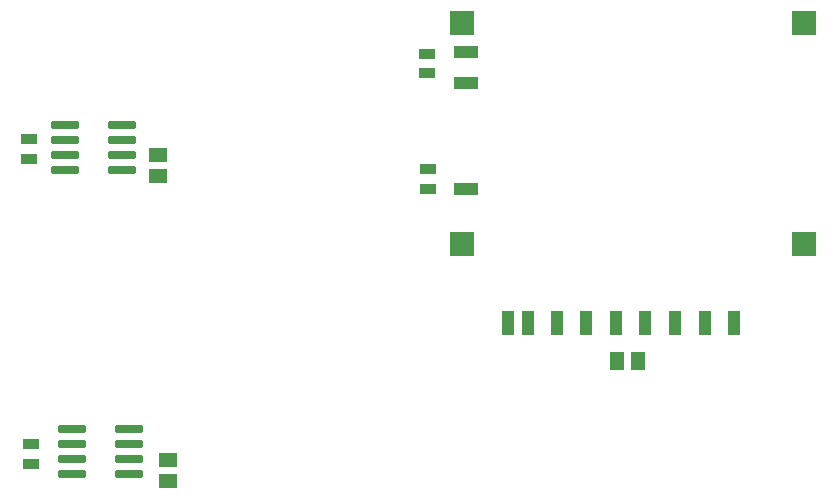
<source format=gbp>
G04*
G04 #@! TF.GenerationSoftware,Altium Limited,Altium Designer,21.2.1 (34)*
G04*
G04 Layer_Color=128*
%FSLAX25Y25*%
%MOIN*%
G70*
G04*
G04 #@! TF.SameCoordinates,CFAE9ADB-8C4C-4AE2-92FD-0E6BA9E30242*
G04*
G04*
G04 #@! TF.FilePolarity,Positive*
G04*
G01*
G75*
G04:AMPARAMS|DCode=19|XSize=49.21mil|YSize=62.99mil|CornerRadius=4.92mil|HoleSize=0mil|Usage=FLASHONLY|Rotation=270.000|XOffset=0mil|YOffset=0mil|HoleType=Round|Shape=RoundedRectangle|*
%AMROUNDEDRECTD19*
21,1,0.04921,0.05315,0,0,270.0*
21,1,0.03937,0.06299,0,0,270.0*
1,1,0.00984,-0.02657,-0.01968*
1,1,0.00984,-0.02657,0.01968*
1,1,0.00984,0.02657,0.01968*
1,1,0.00984,0.02657,-0.01968*
%
%ADD19ROUNDEDRECTD19*%
G04:AMPARAMS|DCode=23|XSize=55.12mil|YSize=35.43mil|CornerRadius=2.66mil|HoleSize=0mil|Usage=FLASHONLY|Rotation=180.000|XOffset=0mil|YOffset=0mil|HoleType=Round|Shape=RoundedRectangle|*
%AMROUNDEDRECTD23*
21,1,0.05512,0.03012,0,0,180.0*
21,1,0.04980,0.03543,0,0,180.0*
1,1,0.00532,-0.02490,0.01506*
1,1,0.00532,0.02490,0.01506*
1,1,0.00532,0.02490,-0.01506*
1,1,0.00532,-0.02490,-0.01506*
%
%ADD23ROUNDEDRECTD23*%
G04:AMPARAMS|DCode=27|XSize=49.21mil|YSize=62.99mil|CornerRadius=4.92mil|HoleSize=0mil|Usage=FLASHONLY|Rotation=0.000|XOffset=0mil|YOffset=0mil|HoleType=Round|Shape=RoundedRectangle|*
%AMROUNDEDRECTD27*
21,1,0.04921,0.05315,0,0,0.0*
21,1,0.03937,0.06299,0,0,0.0*
1,1,0.00984,0.01968,-0.02657*
1,1,0.00984,-0.01968,-0.02657*
1,1,0.00984,-0.01968,0.02657*
1,1,0.00984,0.01968,0.02657*
%
%ADD27ROUNDEDRECTD27*%
%ADD56R,0.07874X0.07874*%
%ADD57R,0.07874X0.03937*%
%ADD58R,0.04331X0.07874*%
G04:AMPARAMS|DCode=59|XSize=24.61mil|YSize=93.5mil|CornerRadius=2.46mil|HoleSize=0mil|Usage=FLASHONLY|Rotation=90.000|XOffset=0mil|YOffset=0mil|HoleType=Round|Shape=RoundedRectangle|*
%AMROUNDEDRECTD59*
21,1,0.02461,0.08858,0,0,90.0*
21,1,0.01968,0.09350,0,0,90.0*
1,1,0.00492,0.04429,0.00984*
1,1,0.00492,0.04429,-0.00984*
1,1,0.00492,-0.04429,-0.00984*
1,1,0.00492,-0.04429,0.00984*
%
%ADD59ROUNDEDRECTD59*%
D19*
X215700Y683200D02*
D03*
Y676153D02*
D03*
X212500Y784800D02*
D03*
Y777753D02*
D03*
D23*
X170100Y688400D02*
D03*
Y681904D02*
D03*
X169500Y783504D02*
D03*
Y790000D02*
D03*
X302500Y773504D02*
D03*
Y780000D02*
D03*
X302000Y812000D02*
D03*
Y818496D02*
D03*
D27*
X365453Y716000D02*
D03*
X372500D02*
D03*
D56*
X427736Y828642D02*
D03*
X313563D02*
D03*
X427736Y755217D02*
D03*
X313563D02*
D03*
D57*
X315138Y818996D02*
D03*
Y808760D02*
D03*
Y773524D02*
D03*
D58*
X404410Y728642D02*
D03*
X329114D02*
D03*
X335807D02*
D03*
X345354D02*
D03*
X355197D02*
D03*
X365039D02*
D03*
X374882D02*
D03*
X384724D02*
D03*
X394567D02*
D03*
D59*
X183751Y678400D02*
D03*
Y683400D02*
D03*
Y688400D02*
D03*
Y693400D02*
D03*
X202649Y678400D02*
D03*
Y683400D02*
D03*
Y688400D02*
D03*
Y693400D02*
D03*
X200349Y794900D02*
D03*
Y789900D02*
D03*
Y784900D02*
D03*
Y779900D02*
D03*
X181451Y794900D02*
D03*
Y789900D02*
D03*
Y784900D02*
D03*
Y779900D02*
D03*
M02*

</source>
